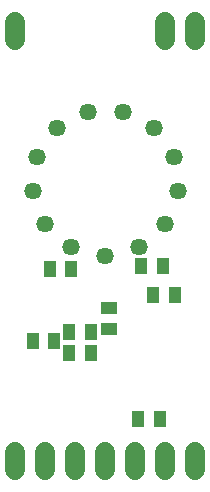
<source format=gbs>
G75*
%MOIN*%
%OFA0B0*%
%FSLAX25Y25*%
%IPPOS*%
%LPD*%
%AMOC8*
5,1,8,0,0,1.08239X$1,22.5*
%
%ADD10C,0.05761*%
%ADD11C,0.06800*%
%ADD12R,0.03950X0.05524*%
%ADD13R,0.05524X0.03950*%
D10*
X0029845Y0080360D03*
X0021114Y0088095D03*
X0016978Y0099001D03*
X0018384Y0110580D03*
X0025010Y0120180D03*
X0035338Y0125600D03*
X0047002Y0125600D03*
X0057330Y0120180D03*
X0063956Y0110580D03*
X0065362Y0099001D03*
X0061226Y0088095D03*
X0052495Y0080360D03*
X0041170Y0077569D03*
D11*
X0011170Y0012100D02*
X0011170Y0006100D01*
X0021170Y0006100D02*
X0021170Y0012100D01*
X0031170Y0012100D02*
X0031170Y0006100D01*
X0041170Y0006100D02*
X0041170Y0012100D01*
X0051170Y0012100D02*
X0051170Y0006100D01*
X0061170Y0006100D02*
X0061170Y0012100D01*
X0071170Y0012100D02*
X0071170Y0006100D01*
X0071170Y0149407D02*
X0071170Y0155407D01*
X0061170Y0155407D02*
X0061170Y0149407D01*
X0011170Y0149407D02*
X0011170Y0155407D01*
D12*
X0022757Y0073013D03*
X0029843Y0073013D03*
X0029257Y0052013D03*
X0029257Y0045213D03*
X0024143Y0049013D03*
X0017057Y0049013D03*
X0036343Y0052013D03*
X0036343Y0045213D03*
X0052257Y0023013D03*
X0059343Y0023013D03*
X0057257Y0064413D03*
X0060343Y0074013D03*
X0064343Y0064413D03*
X0053257Y0074013D03*
D13*
X0042300Y0060057D03*
X0042300Y0052970D03*
M02*

</source>
